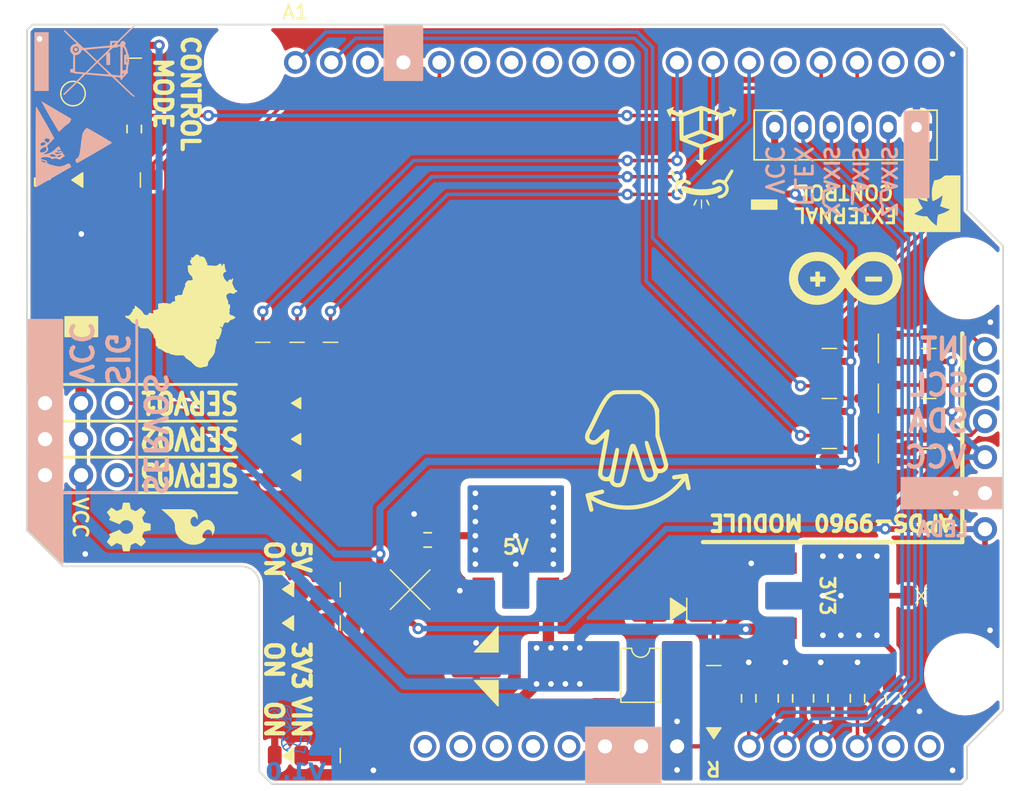
<source format=kicad_pcb>
(kicad_pcb (version 20221018) (generator pcbnew)
  (layers (0 "F.Cu" signal) (31 "B.Cu" signal) (34 "B.Paste" user) (35 "F.Paste" user) (36 "B.SilkS" user "B.Silkscreen") (37 "F.SilkS" user "F.Silkscreen") (38 "B.Mask" user) (39 "F.Mask" user) (44 "Edge.Cuts" user))
  (net 0 "")
  (net 6 "GND")
  (net 7 "VBUS")
  (net 8 "Flex")
  (net 9 "X_Axis")
  (net 10 "Y_Axis")
  (net 11 "Z_Axis")
  (net 16 "Mode_Sel")
  (net 17 "Interrupt")
  (net 19 "Servo_Base")
  (net 20 "Servo_Gyro")
  (net 21 "Servo_Claw")
  (net 27 "LED_L")
  (net 29 "SDA")
  (net 30 "SCL")
  (net 31 "VDD")
  (net 32 "+5V")
  (net 33 "Net-(IC1-OUT)")
  (net 34 "Net-(D1-A)")
  (net 35 "Net-(D2-K)")
  (net 36 "Net-(D3-A)")
  (net 37 "Net-(D4-A)")
  (net 38 "Net-(D5-K)")
  (net 39 "Net-(D6-K)")
  (net 40 "Net-(D7-K)")
  (net 41 "Net-(D8-A)")
  (net 42 "+3V3")
  (net 43 "SDA_A")
  (net 44 "SCL_A")
  (net 45 "Int_A")
  (net 46 "Net-(D9-A)")
  (net 47 "Net-(U1-VO)")
  (footprint "Logo_Icons:arduino" (layer "F.Cu") (at 172.1104 73.3552 180)
    (fp_text reference "G***")
    (fp_text value "LOGO" hide)
  )
  (footprint "Logo_Icons:brazil" (layer "F.Cu") (at 125.2728 75.6412 -90)
    (fp_text reference "G***")
    (fp_text value "LOGO" hide)
  )
  (footprint "Capacitor_Tantalum_SMD:CP_EIA-7343-31_Kemet-D" (layer "F.Cu") (at 118.2116 75.5396 90)
    (fp_text reference "C5")
    (fp_text value "22uF")
  )
  (footprint "Connector_PinHeader_2.54mm:PinHeader_1x03_P2.54mm_Vertical" (layer "F.Cu") (at 120.7366 82.1436 -90)
    (fp_text reference "J4")
    (fp_text value "Modu-3")
  )
  (footprint "Resistor_SMD:R_0805_2012Metric" (layer "F.Cu") (at 177.9778 81.8134 90)
    (fp_text reference "R10")
    (fp_text value "10k")
  )
  (footprint "Resistor_SMD:R_0805_2012Metric" (layer "F.Cu") (at 170.9674 81.8134 90)
    (fp_text reference "R11")
    (fp_text value "10k")
  )
  (footprint "Resistor_SMD:R_0805_2012Metric" (layer "F.Cu") (at 162.814 100.6602 90)
    (fp_text reference "R1")
    (fp_text value "10k")
  )
  (footprint "Package_TO_SOT_SMD:SOT-23" (layer "F.Cu") (at 174.4218 78.2828 180)
    (fp_text reference "Q4")
    (fp_text value "BSS138")
  )
  (footprint "LED_SMD:LED_0805_2012Metric" (layer "F.Cu") (at 132.7912 95.2754)
    (fp_text reference "D4")
    (fp_text value "GREEN")
  )
  (footprint "Fuse:Fuse_1812_4532Metric" (layer "F.Cu") (at 141.4018 95.3008 180)
    (fp_text reference "F1")
    (fp_text value "1.1A")
  )
  (footprint "Diode_SMD:D_MiniMELF" (layer "F.Cu") (at 133.4262 82.1436)
    (fp_text reference "D7")
    (fp_text value "5V1")
  )
  (footprint "Resistor_SMD:R_0805_2012Metric" (layer "F.Cu") (at 135.7884 77.851 90)
    (fp_text reference "R4")
    (fp_text value "1k")
  )
  (footprint "Package_TO_SOT_SMD:SOT-23" (layer "F.Cu") (at 174.4218 85.344 180)
    (fp_text reference "Q2")
    (fp_text value "BSS138")
  )
  (footprint "Logo_Icons:accelerometer" (layer "F.Cu") (at 161.9504 63.2714 180)
    (fp_text reference "G***")
    (fp_text value "LOGO" hide)
  )
  (footprint "Capacitor_SMD:C_0805_2012Metric" (layer "F.Cu") (at 142.6362 91.7956 180)
    (fp_text reference "C3")
    (fp_text value "1uF")
  )
  (footprint "Capacitor_SMD:CP_Elec_6.3x4.9" (layer "F.Cu") (at 148.8694 100.711 180)
    (fp_text reference "C1")
    (fp_text value "47uF")
  )
  (footprint "Resistor_SMD:R_0805_2012Metric" (layer "F.Cu") (at 136.4742 107.0102 180)
    (fp_text reference "R2")
    (fp_text value "10k")
  )
  (footprint "Logo_Icons:gesture" (layer "F.Cu") (at 156.6672 84.6582 180)
    (fp_text reference "G***")
    (fp_text value "LOGO" hide)
  )
  (footprint "Diode_SMD:D_MiniMELF" (layer "F.Cu") (at 133.4262 84.6836)
    (fp_text reference "D6")
    (fp_text value "5V1")
  )
  (footprint "Logo_Icons:sparkfun" (layer "F.Cu") (at 125.808741 90.8812 -90)
    (fp_text reference "G***")
    (fp_text value "LOGO" hide)
  )
  (footprint "Diode_SMD:D_MiniMELF" (layer "F.Cu") (at 133.4262 87.2236)
    (fp_text reference "D5")
    (fp_text value "5V1")
  )
  (footprint "Resistor_SMD:R_0805_2012Metric" (layer "F.Cu") (at 177.9778 78.2828 90)
    (fp_text reference "R12")
    (fp_text value "10k")
  )
  (footprint "Connector_JST:JST_PH_B6B-PH-K_1x06_P2.00mm_Vertical" (layer "F.Cu") (at 167.1104 62.6706)
    (fp_text reference "J1")
    (fp_text value "JST-6")
  )
  (footprint "Logo_Icons:flex" (layer "F.Cu") (at 161.9504 67.056 180)
    (fp_text reference "G***")
    (fp_text value "LOGO" hide)
  )
  (footprint "Resistor_SMD:R_0805_2012Metric" (layer "F.Cu") (at 121.9454 57.7996 -90)
    (fp_text reference "R14")
    (fp_text value "10k")
  )
  (footprint "Resistor_SMD:R_0805_2012Metric" (layer "F.Cu") (at 136.4742 97.663 180)
    (fp_text reference "R15")
    (fp_text value "1k")
  )
  (footprint "Capacitor_SMD:C_0805_2012Metric" (layer "F.Cu") (at 167.8686 102.9716 90)
    (fp_text reference "C7")
    (fp_text value "100nF")
  )
  (footprint "Package_TO_SOT_SMD:SOT-23" (layer "F.Cu") (at 174.4218 81.8134 180)
    (fp_text reference "Q3")
    (fp_text value "BSS138")
  )
  (footprint "Logo_Icons:OSHW" (layer "F.Cu") (at 121.5644 90.8812 -90)
    (fp_text reference "G***")
    (fp_text value "LOGO" hide)
  )
  (footprint "Connector_PinHeader_2.54mm:PinHeader_1x03_P2.54mm_Vertical" (layer "F.Cu") (at 120.7366 87.2236 -90)
    (fp_text reference "J2")
    (fp_text value "Modu-3")
  )
  (footprint "Resistor_SMD:R_0805_2012Metric" (layer "F.Cu") (at 177.9524 85.3186 90)
    (fp_text reference "R8")
    (fp_text value "10k")
  )
  (footprint "Resistor_SMD:R_0805_2012Metric" (layer "F.Cu") (at 170.9674 78.2828 90)
    (fp_text reference "R13")
    (fp_text value "10k")
  )
  (footprint "Package_TO_SOT_SMD:SOT-223-3_TabPin2" (layer "F.Cu") (at 148.85 92.3 90)
    (fp_text reference "U1")
    (fp_text value "AMS1117-5.0")
  )
  (footprint "Resistor_SMD:R_0805_2012Metric" (layer "F.Cu") (at 136.4742 95.3008 180)
    (fp_text reference "R3")
    (fp_text value "1k")
  )
  (footprint "Module:Arduino_UNO_R3_WithMountingHoles" (layer "F.Cu") (at 133.3062 58.0996)
    (fp_text reference "A1")
    (fp_text value "Arduino_UNO_R3")
    (fp_line (start -18.93 33.02) (end -18.923 -2.286) (stroke (width 0.12)) (layer "Edge.Cuts"))
    (fp_line (start -18.93 33.02) (end -16.383 35.56) (stroke (width 0.12)) (layer "Edge.Cuts"))
    (fp_line (start -18.923 -2.286) (end -18.542 -2.667) (stroke (width 0.12)) (layer "Edge.Cuts"))
    (fp_line (start -18.542 -2.667) (end 45.72 -2.67) (stroke (width 0.12)) (layer "Edge.Cuts"))
    (fp_line (start -16.383 35.56) (end -3.81 35.56) (stroke (width 0.12)) (layer "Edge.Cuts"))
    (fp_line (start -2.54 36.83) (end -2.54 50.038) (stroke (width 0.12)) (layer "Edge.Cuts"))
    (fp_line (start -2.54 50.038) (end -1.651 50.927) (stroke (width 0.12)) (layer "Edge.Cuts"))
    (fp_line (start 45.72 -2.67) (end 47.37 -1.02) (stroke (width 0.12)) (layer "Edge.Cuts"))
    (fp_line (start 46.99 50.927) (end -1.651 50.927) (stroke (width 0.12)) (layer "Edge.Cuts"))
    (fp_line (start 46.99 50.927) (end 47.371 50.546) (stroke (width 0.12)) (layer "Edge.Cuts"))
    (fp_line (start 47.37 -1.02) (end 47.37 10.41) (stroke (width 0.12)) (layer "Edge.Cuts"))
    (fp_line (start 47.37 10.41) (end 49.91 12.95) (stroke (width 0.12)) (layer "Edge.Cuts"))
    (fp_line (start 47.37 48.26) (end 47.371 50.546) (stroke (width 0.12)) (layer "Edge.Cuts"))
    (fp_line (start 49.91 12.95) (end 49.91 45.72) (stroke (width 0.12)) (layer "Edge.Cuts"))
    (fp_line (start 49.91 45.72) (end 47.37 48.26) (stroke (width 0.12)) (layer "Edge.Cuts"))
    (fp_arc (start -3.81 35.56) (mid -2.911974 35.931974) (end -2.54 36.83) (stroke (width 0.12)) (layer "Edge.Cuts"))
  )
  (footprint "Package_TO_SOT_SMD:SOT-223-3_TabPin2" (layer "F.Cu") (at 170.815 95.7326)
    (fp_text reference "IC1")
    (fp_text value "LD1117-3.3V-SOT223")
  )
  (footprint "Button_Switch_SMD:SW_SPST_SKQG_WithStem" (layer "F.Cu") (at 117.6274 60.2996 -90)
    (fp_text reference "SW1")
    (fp_text value "Push")
  )
  (footprint "Connector_PinSocket_2.54mm:PinSocket_1x06_P2.54mm_Vertical" (layer "F.Cu") (at 161.6202 84.6836 90)
    (fp_text reference "J5")
    (fp_text value "Modu")
  )
  (footprint "LED_SMD:LED_0805_2012Metric" (layer "F.Cu") (at 162.814 105.4354 90)
    (fp_text reference "D1")
    (fp_text value "RED")
  )
  (footprint "Resistor_SMD:R_0805_2012Metric" (layer "F.Cu") (at 131.0132 77.851 90)
    (fp_text reference "R6")
    (fp_text value "1k")
  )
  (footprint "Fuse:Fuse_0805_2012Metric" (layer "F.Cu") (at 177.4467 95.7326)
    (fp_text reference "F2")
    (fp_text value "0.6A")
  )
  (footprint "LED_SMD:LED_0805_2012Metric" (layer "F.Cu") (at 132.7912 97.663)
    (fp_text reference "D9")
    (fp_text value "GREEN")
  )
  (footprint "Capacitor_SMD:C_0805_2012Metric" (layer "F.Cu") (at 170.3578 102.9716 90)
    (fp_text reference "C8")
    (fp_text value "100nF")
  )
  (footprint "LED_SMD:LED_0805_2012Metric" (layer "F.Cu") (at 117.9322 66.3956)
    (fp_text reference "D8")
    (fp_text value "BLUE")
  )
  (footprint "Capacitor_Tantalum_SMD:CP_EIA-3528-21_Kemet-B" (layer "F.Cu") (at 166.37 68.58 -90)
    (fp_text reference "C4")
    (fp_text value "1uF")
  )
  (footprint "Capacitor_SMD:C_0805_2012Metric" (layer "F.Cu") (at 165.2778 102.9716 90)
    (fp_text reference "C6")
    (fp_text value "100nF")
  )
  (footprint "Resistor_SMD:R_0805_2012Metric" (layer "F.Cu") (at 133.4262 77.851 90)
    (fp_text reference "R5")
    (fp_text value "1k")
  )
  (footprint "Capacitor_SMD:C_0805_2012Metric" (layer "F.Cu") (at 172.9486 102.9716 90)
    (fp_text reference "C9")
    (fp_text value "100nF")
  )
  (footprint "Logo_Icons:pololu" (layer "F.Cu") (at 178.2064 68.072 180)
    (fp_text reference "G***")
    (fp_text value "LOGO" hide)
  )
  (footprint "Capacitor_SMD:C_0805_2012Metric" (layer "F.Cu") (at 175.4632 102.9716 -90)
    (fp_text reference "C11")
    (fp_text value "1uF")
  )
  (footprint "LED_SMD:LED_0805_2012Metric" (layer "F.Cu") (at 132.7912 107.0102)
    (fp_text reference "D3")
    (fp_text value "GREEN")
  )
  (footprint "Diode_SMD:D_SMA" (layer "F.Cu") (at 160.274 96.6724 180)
    (fp_text reference "D2")
    (fp_text value "M7")
  )
  (footprint "Package_SO:SO-8_3.9x4.9mm_P1.27mm" (layer "F.Cu") (at 157.6578 101.346)
    (fp_text reference "Q1")
    (fp_text value "IRF7424")
  )
  (footprint "Connector_PinHeader_2.54mm:PinHeader_1x03_P2.54mm_Vertical" (layer "F.Cu") (at 120.7366 84.6836 -90)
    (fp_text reference "J3")
    (fp_text value "Modu-3")
  )
  (footprint "Capacitor_SMD:C_0805_2012Metric" (layer "F.Cu") (at 121.9454 62.7996 -90)
    (fp_text reference "C12")
    (fp_text value "100nF")
  )
  (footprint "Resistor_SMD:R_0805_2012Metric" (layer "F.Cu") (at 122.3772 66.3956 180)
    (fp_text reference "R7")
    (fp_text value "1k")
  )
  (footprint "Resistor_SMD:R_0805_2012Metric" (layer "F.Cu") (at 170.9674 85.344 90)
    (fp_text reference "R9")
    (fp_text value "10k")
  )
  (footprint "Logo_Icons:EG" (layer "B.Cu") (at 118.4656 58.0136 90)
    (fp_text reference "G***")
    (fp_text value "LOGO" hide)
  )
  (footprint "Logo_Icons:ESD" (layer "B.Cu") (at 117.5512 63.6524 90)
    (fp_text reference "G***")
    (fp_text value "LOGO" hide)
  )
  (footprint "Logo_Icons:nabo" (layer "B.Cu") (at 132.842 105.1052 180)
    (fp_text reference "G***")
    (fp_text value "LOGO" hide)
  )
  (gr_line (start 122.1232 88.4428) (end 116.84 88.4428) (stroke (width 0.2)) (layer "B.SilkS"))
  (gr_rect (start 176.0728 87.4268) (end 183.134 89.5604) (stroke (width 0.15)) (fill solid) (layer "B.SilkS"))
  (gr_rect (start 153.8224 105.0544) (end 159.0548 108.8898) (stroke (width 0.15)) (fill solid) (layer "B.SilkS"))
  (gr_line (start 122.1232 88.4428) (end 122.1232 76.3016) (stroke (width 0.2)) (layer "B.SilkS"))
  (gr_rect (start 139.5984 55.5752) (end 142.24 59.3344) (stroke (width 0.15)) (fill solid) (layer "B.SilkS"))
  (gr_rect (start 114.5032 76.2762) (end 116.8654 91.059) (stroke (width 0.15)) (fill solid) (layer "B.SilkS"))
  (gr_rect (start 176.276 61.5696) (end 177.9524 67.6148) (stroke (width 0.15)) (fill solid) (layer "B.SilkS"))
  (gr_poly (pts (xy 116.8654 91.059) (xy 116.8908 93.4212) (xy 114.5032 91.059)) (stroke (width 0.15)) (fill solid) (layer "B.SilkS"))
  (gr_line (start 116.8654 83.4136) (end 129.159 83.4136) (stroke (width 0.2)) (layer "F.SilkS"))
  (gr_line (start 160.858581 87.2612) (end 161.036 88.138) (stroke (width 0.3)) (layer "F.SilkS"))
  (gr_rect (start 114.5032 80.8228) (end 116.84 91.0336) (stroke (width 0.2)) (fill solid) (layer "F.SilkS"))
  (gr_line (start 116.84 80.8228) (end 129.159 80.8228) (stroke (width 0.2)) (layer "F.SilkS"))
  (gr_line (start 153.924001 88.645999) (end 154.178 89.662) (stroke (width 0.3)) (layer "F.SilkS"))
  (gr_line (start 116.8654 85.9536) (end 129.1844 85.9536) (stroke (width 0.2)) (layer "F.SilkS"))
  (gr_line (start 180.34 77.216) (end 180.34 91.948) (stroke (width 0.3)) (layer "F.SilkS"))
  (gr_poly (pts (xy 114.4778 91.059) (xy 116.586 93.1418) (xy 116.8654 93.4212) (xy 116.8654 91.059)) (stroke (width 0.15)) (fill solid) (layer "F.SilkS"))
  (gr_rect (start 139.5984 55.5752) (end 142.24 59.3344) (stroke (width 0.15)) (fill solid) (layer "F.SilkS"))
  (gr_line (start 180.34 91.948) (end 162.052 91.948) (stroke (width 0.3)) (layer "F.SilkS"))
  (gr_line (start 160.858581 87.2612) (end 160.02 87.376) (stroke (width 0.3)) (layer "F.SilkS"))
  (gr_line (start 116.8654 88.4682) (end 129.1844 88.4682) (stroke (width 0.2)) (layer "F.SilkS"))
  (gr_arc (start 160.858581 87.2612) (mid 157.683784 89.418299) (end 153.924001 88.645999) (stroke (width 0.3)) (layer "F.SilkS"))
  (gr_rect (start 153.8224 105.0544) (end 159.0548 108.8898) (stroke (width 0.15)) (fill solid) (layer "F.SilkS"))
  (gr_rect (start 180.7464 87.4268) (end 183.134 89.5604) (stroke (width 0.15)) (fill solid) (layer "F.SilkS"))
  (gr_line (start 153.924001 88.645999) (end 154.94 88.392) (stroke (width 0.3)) (layer "F.SilkS"))
  (gr_text "V1.0" (at 135.4836 108.9152) (layer "B.Cu") (effects (font (size 1.2 1.2) (thickness 0.3) bold) (justify left bottom mirror)))
  (gr_text "Z_AXIS" (at 175.1584 66.4972 -90) (layer "B.SilkS") (effects (font (size 1 1) (thickness 0.2) bold) (justify mirror)))
  (gr_text "FLEX" (at 169.1132 66.1416 -90) (layer "B.SilkS") (effects (font (size 1.2 1.2) (thickness 0.2) bold) (justify mirror)))
  (gr_text "VCC" (at 167.0812 65.6844 -90) (layer "B.SilkS") (effects (font (size 1.2 1.2) (thickness 0.2) bold) (justify mirror)))
  (gr_text "Y_AXIS" (at 173.1264 66.4972 -90) (layer "B.SilkS") (effects (font (size 1 1) (thickness 0.2) bold) (justify mirror)))
  (gr_text "SCL" (at 178.7144 80.8736) (layer "B.SilkS") (effects (font (size 1.5 1.5) (thickness 0.3) bold) (justify mirror)))
  (gr_text "INT" (at 179.1208 78.3336) (layer "B.SilkS") (effects (font (size 1.5 1.5) (thickness 0.3) bold) (justify mirror)))
  (gr_text "SIG" (at 120.7262 79.0448 -90) (layer "B.SilkS") (effects (font (size 1.5 1.5) (thickness 0.3) bold) (justify mirror)))
  (gr_text "VCC" (at 178.4604 85.9536) (layer "B.SilkS") (effects (font (size 1.5 1.5) (thickness 0.3) bold) (justify mirror)))
  (gr_text "SDA" (at 178.6636 83.4136) (layer "B.SilkS") (effects (font (size 1.5 1.5) (thickness 0.3) bold) (justify mirror)))
  (gr_text "SERVOS" (at 123.4186 84.328 -90) (layer "B.SilkS") (effects (font (size 1.5 1.5) (thickness 0.3) bold) (justify mirror)))
  (gr_text "VCC" (at 118.1862 78.5622 -90) (layer "B.SilkS") (effects (font (size 1.5 1.5) (thickness 0.3) bold) (justify mirror)))
  (gr_text "LEDA" (at 178.9684 91.0336) (layer "B.SilkS") (effects (font (size 1 1) (thickness 0.25) bold) (justify mirror)))
  (gr_text "X_AXIS" (at 171.0944 66.4972 -90) (layer "B.SilkS") (effects (font (size 1 1) (thickness 0.2) bold) (justify mirror)))
  (gr_text "EXTERNAL\nCONTROL" (at 172.1104 66.675 180) (layer "F.SilkS") (effects (font (size 1 1) (thickness 0.2) bold) (justify bottom)))
  (gr_text "L" (at 114.8334 65.9384 270) (layer "F.SilkS") (effects (font (size 1 1) (thickness 0.2) bold) (justify left bottom)))
  (gr_text "3V3\nON" (at 131.0894 98.806 -90) (layer "F.SilkS") (effects (font (size 1.2 1.2) (thickness 0.3) bold) (justify left bottom)))
  (gr_text "R" (at 163.4236 107.3404 180) (layer "F.SilkS") (effects (font (size 1 1) (thickness 0.2) bold) (justify left bottom)))
  (gr_text "VCC" (at 117.5512 88.6714 270) (layer "F.SilkS") (effects (font (size 1 1) (thickness 0.2) bold) (justify left bottom)))
  (gr_text "VIN\nON" (at 131.0894 105.918 -90) (layer "F.SilkS") (effects (font (size 1.2 1.2) (thickness 0.3) bold) (justify right bottom)))
  (gr_text "APDS-9960 MODULE" (at 179.832 89.916 180) (layer "F.SilkS") (effects (font (size 1.1 1.1) (thickness 0.275) bold) (justify left bottom)))
  (gr_text "5V\nON" (at 131.0894 91.694 -90) (layer "F.SilkS") (effects (font (size 1.2 1.2) (thickness 0.3) bold) (justify left bottom)))
  (gr_text "SERVO1" (at 125.8062 81.2038 180) (layer "F.SilkS") (effects (font (size 1.5 1.2) (thickness 0.3) bold) (justify bottom)))
  (gr_text "SERVO3" (at 125.8316 86.2838 180) (layer "F.SilkS") (effects (font (size 1.5 1.2) (thickness 0.3) bold) (justify bottom)))
  (gr_text "SERVO2" (at 125.8316 83.7438 180) (layer "F.SilkS") (effects (font (size 1.5 1.2) (thickness 0.3) bold) (justify bottom)))
  (gr_text "CONTROL\nMODE" (at 123.2662 60.2996 270) (layer "F.SilkS") (effects (font (size 1.2 1.2) (thickness 0.3) bold) (justify bottom)))
  (via (at 165.4556 93.4466) (size 0.8) (drill 0.4) (layers "F.Cu" "B.Cu") (net 6))
  (via (at 138.811 108.0516) (size 0.8) (drill 0.4) (layers "F.Cu" "B.Cu") (net 6))
  (via (at 179.8828 88.4936) (size 0.8) (drill 0.4) (layers "F.Cu" "B.Cu") (net 6))
  (via (at 141.6812 89.9668) (size 0.8) (drill 0.4) (layers "F.Cu" "B.Cu") (net 6))
  (via (at 179.6542 57.5056) (size 0.8) (drill 0.4) (layers "F.Cu" "B.Cu") (net 6))
  (via (at 182.3212 76.4286) (size 0.8) (drill 0.4) (layers "F.Cu" "B.Cu") (net 6))
  (via (at 170.3578 100.4316) (size 0.8) (drill 0.4) (layers "F.Cu" "B.Cu") (net 6))
  (via (at 177.3174 103.886) (size 0.8) (drill 0.4) (layers "F.Cu" "B.Cu") (net 6))
  (via (at 115.2652 56.4388) (size 0.8) (drill 0.4) (layers "F.Cu" "B.Cu") (net 6))
  (via (at 179.5018 85.3186) (size 0.8) (drill 0.4) (layers "F.Cu" "B.Cu") (net 6))
  (via (at 146.05 99.06) (size 0.8) (drill 0.4) (layers "F.Cu" "B.Cu") (net 6))
  (via (at 172.9486 100.4316) (size 0.8) (drill 0.4) (layers "F.Cu" "B.Cu") (net 6))
  (via (at 144.907 95.377) (size 0.8) (drill 0.4) (layers "F.Cu" "B.Cu") (net 6))
  (via (at 182.2958 98.171) (size 0.8) (drill 0.4) (layers "F.Cu" "B.Cu") (net 6))
  (via (at 118.491 92.7862) (size 0.8) (drill 0.4) (layers "F.Cu" "B.Cu") (net 6))
  (via (at 165.2778 100.4316) (size 0.8) (drill 0.4) (layers "F.Cu" "B.Cu") (net 6))
  (via (at 118.2116 70.2056) (size 0.8) (drill 0.4) (layers "F.Cu" "B.Cu") (net 6))
  (via (at 167.8686 100.4316) (size 0.8) (drill 0.4) (layers "F.Cu" "B.Cu") (net 6))
  (via (at 179.6542 108.0516) (size 0.8) (drill 0.4) (layers "F.Cu" "B.Cu") (net 6))
  (segment (start 160.2262 106.3596) (end 162.8007 106.3596) (width 0.3) (layer "F.Cu") (net 7))
  (segment (start 160.2328 99.441) (end 160.2262 99.4476) (width 0.25) (layer "F.Cu") (net 7))
  (segment (start 162.8007 106.3596) (end 162.814 106.3729) (width 0.25) (layer "F.Cu") (net 7))
  (segment (start 160.2209 99.4291) (end 160.2328 99.441) (width 0.25) (layer "F.Cu") (net 7))
  (via (at 160.2232 104.5972) (size 0.8) (drill 0.4) (layers "F.Cu" "B.Cu") (net 7))
  (via (at 160.2232 108.0262) (size 0.8) (drill 0.4) (layers "F.Cu" "B.Cu") (net 7))
  (segment (start 165.2778 103.9216) (end 165.2778 106.3312) (width 0.25) (layer "F.Cu") (net 8))
  (segment (start 165.2778 106.3312) (end 165.3062 106.3596) (width 0.25) (layer "F.Cu") (net 8))
  (segment (start 169.1104 63.7004) (end 176.0944 70.6844) (width 0.25) (layer "B.Cu") (net 8))
  (segment (start 176.0944 101.282212) (end 173.425412 103.9512) (width 0.25) (layer "B.Cu") (net 8))
  (segment (start 176.0944 70.6844) (end 176.0944 101.282212) (width 0.25) (layer "B.Cu") (net 8))
  (segment (start 169.1104 62.6706) (end 169.1104 63.7004) (width 0.25) (layer "B.Cu") (net 8))
  (segment (start 167.7146 103.9512) (end 165.3062 106.3596) (width 0.25) (layer "B.Cu") (net 8))
  (segment (start 173.425412 103.9512) (end 167.7146 103.9512) (width 0.25) (layer "B.Cu") (net 8))
  (segment (start 167.8686 103.9216) (end 167.8686 106.3372) (width 0.25) (layer "F.Cu") (net 9))
  (segment (start 167.8686 106.3372) (end 167.8462 106.3596) (width 0.25) (layer "F.Cu") (net 9))
  (segment (start 173.611808 104.4012) (end 169.8046 104.4012) (width 0.25) (layer "B.Cu") (net 9))
  (segment (start 176.5444 70.498004) (end 176.5444 101.468608) (width 0.25) (layer "B.Cu") (net 9))
  (segment (start 171.1104 65.064004) (end 176.5444 70.498004) (width 0.25) (layer "B.Cu") (net 9))
  (segment (start 169.8046 104.4012) (end 167.8462 106.3596) (width 0.25) (layer "B.Cu") (net 9))
  (segment (start 176.5444 101.468608) (end 173.611808 104.4012) (width 0.25) (layer "B.Cu") (net 9))
  (segment (start 171.1104 62.6706) (end 171.1104 65.064004) (width 0.25) (layer "B.Cu") (net 9))
  (segment (start 170.3578 106.3312) (end 170.3862 106.3596) (width 0.25) (layer "F.Cu") (net 10))
  (segment (start 170.3578 103.9216) (end 170.3578 106.3312) (width 0.25) (layer "F.Cu") (net 10))
  (segment (start 171.8946 104.8512) (end 170.3862 106.3596) (width 0.25) (layer "B.Cu") (net 10))
  (segment (start 173.798204 104.8512) (end 171.8946 104.8512) (width 0.25) (layer "B.Cu") (net 10))
  (segment (start 176.9944 101.655004) (end 173.798204 104.8512) (width 0.25) (layer "B.Cu") (net 10))
  (segment (start 173.1104 62.6706) (end 173.1104 66.427608) (width 0.25) (layer "B.Cu") (net 10))
  (segment (start 173.1104 66.427608) (end 176.9944 70.311608) (width 0.25) (layer "B.Cu") (net 10))
  (segment (start 176.9944 70.311608) (end 176.9944 101.655004) (width 0.25) (layer "B.Cu") (net 10))
  (segment (start 172.9486 103.9216) (end 172.9486 106.3372) (width 0.25) (layer "F.Cu") (net 11))
  (segment (start 172.9486 106.3372) (end 172.9262 106.3596) (width 0.25) (layer "F.Cu") (net 11))
  (segment (start 175.1104 62.6706) (end 175.1104 67.791212) (width 0.25) (layer "B.Cu") (net 11))
  (segment (start 175.1104 67.791212) (end 177.4444 70.125212) (width 0.25) (layer "B.Cu") (net 11))
  (segment (start 177.4444 70.125212) (end 177.4444 101.8414) (width 0.25) (layer "B.Cu") (net 11))
  (segment (start 177.4444 101.8414) (end 172.9262 106.3596) (width 0.25) (layer "B.Cu") (net 11))
  (segment (start 121.946 61.849) (end 121.9454 61.8496) (width 0.25) (layer "F.Cu") (net 16))
  (segment (start 164.7444 59.9186) (end 169.6212 59.9186) (width 0.25) (layer "F.Cu") (net 16))
  (segment (start 121.7803 58.7121) (end 121.9454 58.7121) (width 0.25) (layer "F.Cu") (net 16))
  (segment (start 156.6926 61.849) (end 162.814 61.849) (width 0.25) (layer "F.Cu") (net 16))
  (segment (start 170.3862 59.1536) (end 170.3862 58.0996) (width 0.25) (layer "F.Cu") (net 16))
  (segment (start 117.6274 57.8104) (end 120.8786 57.8104) (width 0.25) (layer "F.Cu") (net 16))
  (segment (start 169.6212 59.9186) (end 170.3862 59.1536) (width 0.25) (layer "F.Cu") (net 16))
  (segment (start 127.1778 61.849) (end 121.946 61.849) (width 0.25) (layer "F.Cu") (net 16))
  (segment (start 121.9454 58.7121) (end 121.9454 61.8496) (width 0.25) (layer "F.Cu") (net 16))
  (segment (start 162.814 61.849) (end 164.7444 59.9186) (width 0.25) (layer "F.Cu") (net 16))
  (segment (start 120.8786 57.8104) (end 121.7803 58.7121) (width 0.25) (layer "F.Cu") (net 16))
  (via (at 156.6926 61.849) (size 0.8) (drill 0.4) (layers "F.Cu" "B.Cu") (net 16))
  (via (at 127.1778 61.849) (size 0.8) (drill 0.4) (layers "F.Cu" "B.Cu") (net 16))
  (segment (start 156.6926 61.849) (end 127.1778 61.849) (width 0.25) (layer "B.Cu") (net 16))
  (segment (start 179.5018 60.6806) (end 178.7652 59.944) (width 0.25) (layer "F.Cu") (net 17))
  (segment (start 178.7652 59.944) (end 173.7106 59.944) (width 0.25) (layer "F.Cu") (net 17))
  (segment (start 170.9674 76.6572) (end 179.5018 68.1228) (width 0.25) (layer "F.Cu") (net 17))
  (segment (start 172.9262 59.1596) (end 172.9262 58.0996) (width 0.25) (layer "F.Cu") (net 17))
  (segment (start 172.085 78.2828) (end 171.1725 77.3703) (width 0.25) (layer "F.Cu") (net 17))
  (segment (start 171.1725 77.3703) (end 170.9674 77.3703) (width 0.25) (layer "F.Cu") (net 17))
  (segment (start 170.9674 77.3703) (end 170.9674 76.6572) (width 0.25) (layer "F.Cu") (net 17))
  (segment (start 179.5018 68.1228) (end 179.5018 60.6806) (width 0.25) (layer "F.Cu") (net 17))
  (segment (start 173.7106 59.944) (end 172.9262 59.1596) (width 0.25) (layer "F.Cu") (net 17))
  (segment (start 173.4843 78.2828) (end 172.085 78.2828) (width 0.25) (layer "F.Cu") (net 17))
  (segment (start 160.2232 67.4116) (end 156.718 67.4116) (width 0.25) (layer "F.Cu") (net 19))
  (segment (start 135.7884 75.6666) (end 135.7884 76.9385) (width 0.25) (layer "F.Cu") (net 19))
  (via (at 160.2232 67.4116) (size 0.8) (drill 0.4) (layers "F.Cu" "B.Cu") (net 19))
  (via (at 156.718 67.4116) (size 0.8) (drill 0.4) (layers "F.Cu" "B.Cu") (net 19))
  (via (at 135.7884 75.6666) (size 0.8) (drill 0.4) (layers "F.Cu" "B.Cu") (net 19))
  (segment (start 165.3062 62.3286) (end 160.2232 67.4116) (width 0.25) (layer "B.Cu") (net 19))
  (segment (start 144.0434 67.4116) (end 135.7884 75.6666) (width 0.25) (layer "B.Cu") (net 19))
  (segment (start 165.3062 58.0996) (end 165.3062 62.3286) (width 0.25) (layer "B.Cu") (net 19))
  (segment (start 156.718 67.4116) (end 144.0434 67.4116) (width 0.25) (layer "B.Cu") (net 19))
  (segment (start 133.4262 75.6666) (end 133.4262 76.9385) (width 0.25) (layer "F.Cu") (net 20))
  (segment (start 160.2232 66.167) (end 156.718 66.167) (width 0.25) (layer "F.Cu") (net 20))
  (via (at 160.2232 66.167) (size 0.8) (drill 0.4) (layers "F.Cu" "B.Cu") (net 20))
  (via (at 133.4262 75.6666) (size 0.8) (drill 0.4) (layers "F.Cu" "B.Cu") (net 20))
  (via (at 156.718 66.167) (size 0.8) (drill 0.4) (layers "F.Cu" "B.Cu") (net 20))
  (segment (start 156.718 66.167) (end 142.9258 66.167) (width 0.25) (layer "B.Cu") (net 20))
  (segment (start 142.9258 66.167) (end 133.4262 75.6666) (width 0.25) (layer "B.Cu") (net 20))
  (segment (start 162.7662 63.624) (end 160.2232 66.167) (width 0.25) (layer "B.Cu") (net 20))
  (segment (start 162.7662 58.0996) (end 162.7662 63.624) (width 0.25) (layer "B.Cu") (net 20))
  (segment (start 131.0132 75.6666) (end 131.0132 76.9385) (width 0.25) (layer "F.Cu") (net 21))
  (segment (start 160.2232 65.024) (end 156.718 65.024) (width 0.25) (layer "F.Cu") (net 21))
  (via (at 156.718 65.024) (size 0.8) (drill 0.4) (layers "F.Cu" "B.Cu") (net 21))
  (via (at 131.0132 75.6666) (size 0.8) (drill 0.4) (layers "F.Cu" "B.Cu") (net 21))
  (via (at 160.2232 65.024) (size 0.8) (drill 0.4) (layers "F.Cu" "B.Cu") (net 21))
  (segment (start 156.718 65.024) (end 141.6558 65.024) (width 0.25) (layer "B.Cu") (net 21))
  (segment (start 160.2262 58.0996) (end 160.2262 65.021) (width 0.25) (layer "B.Cu") (net 21))
  (segment (start 160.2262 65.021) (end 160.2232 65.024) (width 0.25) (layer "B.Cu") (net 21))
  (segment (start 141.6558 65.024) (end 131.0132 75.6666) (width 0.25) (layer "B.Cu") (net 21))
  (segment (start 142.2908 60.2996) (end 143.4662 59.1242) (width 0.25) (layer "F.Cu") (net 27))
  (segment (start 130.1496 63.3476) (end 133.1976 60.2996) (width 0.25) (layer "F.Cu") (net 27))
  (segment (start 133.1976 60.2996) (end 142.2908 60.2996) (width 0.25) (layer "F.Cu") (net 27))
  (segment (start 143.4662 59.1242) (end 143.4662 58.0996) (width 0.25) (layer "F.Cu") (net 27))
  (segment (start 123.2897 65.2291) (end 125.1712 63.3476) (width 0.25) (layer "F.Cu") (net 27))
  (segment (start 125.1712 63.3476) (end 130.1496 63.3476) (width 0.25) (layer "F.Cu") (net 27))
  (segment (start 123.2897 66.3956) (end 123.2897 65.2291) (width 0.25) (layer "F.Cu") (net 27))
  (segment (start 173.4843 85.344) (end 172.05865 85.344) (width 0.25) (layer "F.Cu") (net 29))
  (segment (start 171.14615 84.4315) (end 170.9674 84.4315) (width 0.25) (layer "F.Cu") (net 29))
  (segment (start 172.05865 85.344) (end 171.14615 84.4315) (width 0.25) (layer "F.Cu") (net 29))
  (segment (start 168.9354 84.4296) (end 170.9655 84.4296) (width 0.25) (layer "F.Cu") (net 29))
  (segment (start 170.9655 84.4296) (end 170.9674 84.4315) (width 0.25) (layer "F.Cu") (net 29))
  (via (at 168.9354 84.4296) (size 0.8) (drill 0.4) (layers "F.Cu" "B.Cu") (net 29))
  (segment (start 137.5396 56.4062) (end 157.237395 56.4062) (width 0.25) (layer "B.Cu") (net 29))
  (segment (start 158.046 57.214805) (end 158.046 73.5402) (width 0.25) (layer "B.Cu") (net 29))
  (segment (start 158.046 73.5402) (end 168.9354 84.4296) (width 0.25) (layer "B.Cu") (net 29))
  (segment (start 157.237395 56.4062) (end 158.046 57.214805) (width 0.25) (layer "B.Cu") (net 29))
  (segment (start 135.8462 58.0996) (end 137.5396 56.4062) (width 0.25) (layer "B.Cu") (net 29))
  (segment (start 173.4843 81.8134) (end 172.0342 81.8134) (width 0.25) (layer "F.Cu") (net 30))
  (segment (start 172.0342 81.8134) (end 171.1471 80.9263) (width 0.25) (layer "F.Cu") (net 30))
  (segment (start 170.9439 80.9244) (end 170.9674 80.9009) (width 0.25) (layer "F.Cu") (net 30))
  (segment (start 171.1471 80.9263) (end 170.942 80.9263) (width 0.25) (layer "F.Cu") (net 30))
  (segment (start 168.9354 80.9244) (end 170.9439 80.9244) (width 0.25) (layer "F.Cu") (net 30))
  (via (at 168.9354 80.9244) (size 0.8) (drill 0.4) (layers "F.Cu" "B.Cu") (net 30))
  (segment (start 133.3062 58.0996) (end 135.4496 55.9562) (width 0.25) (layer "B.Cu") (net 30))
  (segment (start 158.496 70.485) (end 168.9354 80.9244) (width 0.25) (layer "B.Cu") (net 30))
  (segment (start 135.4496 55.9562) (end 157.423791 55.9562) (width 0.25) (layer "B.Cu") (net 30))
  (segment (start 158.496 57.028409) (end 158.496 70.485) (width 0.25) (layer "B.Cu") (net 30))
  (segment (start 157.423791 55.9562) (end 158.496 57.028409) (width 0.25) (layer "B.Cu") (net 30))
  (segment (start 151.15 95.45) (end 151.15 99.2324) (width 0.8) (layer "F.Cu") (net 31))
  (segment (start 151.15 99.2324) (end 151.3332 99.4156) (width 0.25) (layer "F.Cu") (net 31))
  (segment (start 148.1582 104.1146) (end 150.3172 101.9556) (width 0.8) (layer "F.Cu") (net 31))
  (segment (start 137.3867 107.0102) (end 138.4046 107.0102) (width 0.8) (layer "F.Cu") (net 31))
  (segment (start 118.1966 79.1705) (end 118.1966 87.2236) (width 0.8) (layer "F.Cu") (net 31))
  (segment (start 141.3002 104.1146) (end 148.1582 104.1146) (width 0.8) (layer "F.Cu") (net 31))
  (segment (start 138.4046 107.0102) (end 141.3002 104.1146) (width 0.8) (layer "F.Cu") (net 31))
  (segment (start 165.0746 98.0948) (end 167.6028 98.0948) (width 0.8) (layer "F.Cu") (net 31))
  (via (at 152.3492 99.4156) (size 0.8) (drill 0.4) (layers "F.Cu" "B.Cu") (net 31))
  (via (at 165.0746 98.0948) (size 0.8) (drill 0.4) (layers "F.Cu" "B.Cu") (net 31))
  (via (at 150.3172 99.4156) (size 0.8) (drill 0.4) (layers "F.Cu" "B.Cu") (net 31))
  (via (at 153.3652 101.9556) (size 0.8) (drill 0.4) (layers "F.Cu" "B.Cu") (net 31))
  (via (at 150.3172 101.9556) (size 0.8) (drill 0.4) (layers "F.Cu" "B.Cu") (net 31))
  (via (at 152.3492 101.9556) (size 0.8) (drill 0.4) (layers "F.Cu" "B.Cu") (net 31))
  (via (at 151.3332 101.9556) (size 0.8) (drill 0.4) (layers "F.Cu" "B.Cu") (net 31))
  (via (at 151.3332 99.4156) (size 0.8) (drill 0.4) (layers "F.Cu" "B.Cu") (net 31))
  (via (at 153.3652 99.4156) (size 0.8) (drill 0.4) (layers "F.Cu" "B.Cu") (net 31))
  (segment (start 165.0746 98.0948) (end 153.8986 98.0948) (width 0.8) (layer "B.Cu") (net 31))
  (segment (start 131.0767 92.0496) (end 120.2182 92.0496) (width 0.8) (layer "B.Cu") (net 31))
  (segment (start 153.3652 98.6282) (end 153.3652 99.4156) (width 0.8) (layer "B.Cu") (net 31))
  (segment (start 118.1966 90.028) (end 118.1966 82.1436) (width 0.8) (layer "B.Cu") (net 31))
  (segment (start 120.2182 92.0496) (end 118.1966 90.028) (width 0.8) (layer "B.Cu") (net 31))
  (segment (start 153.8986 98.0948) (end 153.3652 98.6282) (width 0.8) (layer "B.Cu") (net 31))
  (segment (start 140.9827 101.9556) (end 131.0767 92.0496) (width 0.8) (layer "B.Cu") (net 31))
  (segment (start 150.3172 101.9556) (end 140.9827 101.9556) (width 0.8) (layer "B.Cu") (net 31))
  (segment (start 170.9693 82.7278) (end 170.9674 82.7259) (width 0.5) (layer "F.Cu") (net 32))
  (segment (start 167.1104 62.6706) (end 167.1104 66.4545) (width 0.5) (layer "F.Cu") (net 32))
  (segment (start 123.698 56.896) (end 121.9543 56.896) (width 0.5) (layer "F.Cu") (net 32))
  (segment (start 172.466 82.7278) (end 170.9693 82.7278) (width 0.5) (layer "F.Cu") (net 32))
  (segment (start 139.2643 95.3008) (end 139.2643 92.7901) (width 0.5) (layer "F.Cu") (net 32))
  (segment (start 170.9674 79.1953) (end 172.4641 79.1953) (width 0.5) (layer "F.Cu") (net 32))
  (segment (start 168.5544 67.3862) (end 166.7137 67.3862) (width 0.5) (layer "F.Cu") (net 32))
  (segment (start 139.2643 92.7901) (end 139.2682 92.7862) (width 0.5) (layer "F.Cu") (net 32))
  (segment (start 167.1104 66.4545) (end 166.37 67.1949) (width 0.5) (layer "F.Cu") (net 32))
  (segment (start 172.466 86.2584) (end 170.9693 86.2584) (width 0.5) (layer "F.Cu") (net 32))
  (segment (start 166.5613 67.3862) (end 166.37 67.1949) (width 0.5) (layer "F.Cu") (net 32))
  (segment (start 139.2643 95.3008) (end 137.3867 95.3008) (width 0.5) (layer "F.Cu") (net 32))
  (segment (start 170.9693 86.2584) (end 170.9674 86.2565) (width 0.5) (layer "F.Cu") (net 32))
  (segment (start 172.4641 79.1953) (end 172.466 79.1972) (width 0.25) (layer "F.Cu") (net 32))
  (segment (start 121.9543 56.896) (end 121.9454 56.8871) (width 0.5) (layer "F.Cu") (net 32))
  (segment (start 166.7137 67.3862) (end 166.37 67.0425) (width 0.5) (layer "F.Cu") (net 32))
  (via (at 168.5544 67.3862) (size 0.8) (drill 0.4) (layers "F.Cu" "B.Cu") (net 32))
  (via (at 172.466 86.2584) (size 0.8) (drill 0.4) (layers "F.Cu" "B.Cu") (net 32))
  (via (at 172.466 79.1972) (size 0.8) (drill 0.4) (layers "F.Cu" "B.Cu") (net 32))
  (via (at 172.466 82.7278) (size 0.8) (drill 0.4) (layers "F.Cu" "B.Cu") (net 32))
  (via (at 139.2682 92.7862) (size 0.8) (drill 0.4) (layers "F.Cu" "B.Cu") (net 32))
  (via (at 123.698 56.896) (size 0.8) (drill 0.4) (layers "F.Cu" "B.Cu") (net 32))
  (segment (start 139.2682 92.7862) (end 136.1362 92.7862) (width 0.5) (layer "B.Cu") (net 32))
  (segment (start 136.1362 92.7862) (end 123.698 80.348) (width 0.5) (layer "B.Cu") (net 32))
  (segment (start 139.2682 89.5818) (end 142.5916 86.2584) (width 0.5) (layer "B.Cu") (net 32))
  (segment (start 172.466 79.1972) (end 172.466 82.7278) (width 0.5) (layer "B.Cu") (net 32))
  (segment (start 172.466 71.2978) (end 168.5544 67.3862) (width 0.5) (layer "B.Cu") (net 32))
  (segment (start 139.2682 92.7862) (end 139.2682 89.5818) (width 0.5) (layer "B.Cu") (net 32))
  (segment (start 142.5916 86.2584) (end 172.466 86.2584) (width 0.5) (layer "B.Cu") (net 32))
  (segment (start 172.466 79.1972) (end 172.466 71.2978) (width 0.5) (layer "B.Cu") (net 32))
  (segment (start 123.698 80.348) (end 123.698 56.896) (width 0.5) (layer "B.Cu") (net 32))
  (segment (start 172.466 82.7278) (end 172.466 86.2584) (width 0.5) (layer "B.Cu") (net 32))
  (segment (start 175.4632 99.6696) (end 174.3202 98.5266) (width 0.4) (layer "F.Cu") (net 33))
  (segment (start 175.4632 102.0216) (end 175.4632 99.6696) (width 0.4) (layer "F.Cu") (net 33))
  (segment (start 176.5092 95.7326) (end 173.965 95.7326) (width 0.4) (layer "F.Cu") (net 33))
  (via (at 170.5102 92.9386) (size 0.8) (drill 0.4) (layers "F.Cu" "B.Cu") (net 33))
  (via (at 170.5102 95.7326) (size 0.8) (drill 0.4) (layers "F.Cu" "B.Cu") (net 33))
  (via (at 173.0502 98.5266) (size 0.8) (drill 0.4) (layers "F.Cu" "B.Cu") (net 33))
  (via (at 171.7802 98.5266) (size 0.8) (drill 0.4) (layers "F.Cu" "B.Cu") (net 33))
  (via (at 174.3202 98.5266) (size 0.8) (drill 0.4) (layers "F.Cu" "B.Cu") (net 33))
  (via (at 173.0502 92.9386) (size 0.8) (drill 0.4) (layers "F.Cu" "B.Cu") (net 33))
  (via (at 174.3202 92.9386) (size 0.8) (drill 0.4) (layers "F.Cu" "B.Cu") (net 33))
  (via (at 171.7802 92.9386) (size 0.8) (drill 0.4) (layers "F.Cu" "B.Cu") (net 33))
  (via (at 170.5102 98.5266) (size 0.8) (drill 0.4) (layers "F.Cu" "B.Cu") (net 33))
  (via (at 171.7802 95.7326) (size 0.8) (drill 0.4) (layers "F.Cu" "B.Cu") (net 33))
  (segment (start 162.814 104.4979) (end 162.814 101.5727) (width 0.3) (layer "F.Cu") (net 34))
  (segment (start 162.814 97.2124) (end 162.274 96.6724) (width 0.25) (layer "F.Cu") (net 35))
  (segment (start 162.814 99.7477) (end 162.814 97.2124) (width 0.3) (layer "F.Cu") (net 35))
  (segment (start 135.5617 107.0102) (end 133.7287 107.0102) (width 0.8) (layer "F.Cu") (net 36))
  (segment (start 135.5363 95.2754) (end 135.5617 95.3008) (width 0.25) (layer "F.Cu") (net 37))
  (segment (start 133.7287 95.2754) (end 135.5363 95.2754) (width 0.5) (layer "F.Cu") (net 37))
  (segment (start 121.4732 87.2236) (end 131.6762 87.2236) (width 0.25) (layer "F.Cu") (net 38))
  (segment (start 132.588 87.2236) (end 131.6762 87.2236) (width 0.25) (layer "F.Cu") (net 38))
  (segment (start 133.731 86.0806) (end 132.588 87.2236) (width 0.25) (layer "F.Cu") (net 38))
  (segment (start 133.731 81.6102) (end 133.731 86.0806) (width 0.25) (layer "F.Cu") (net 38))
  (segment (start 135.7884 79.5528) (end 133.731 81.6102) (width 0.25) (layer "F.Cu") (net 38))
  (segment (start 135.7884 78.7635) (end 135.7884 79.5528) (width 0.25) (layer "F.Cu") (net 38))
  (segment (start 132.9944 84.2518) (end 132.5626 84.6836) (width 0.25) (layer "F.Cu") (net 39))
  (segment (start 133.4262 78.7635) (end 133.4262 79.5274) (width 0.25) (layer "F.Cu") (net 39))
  (segment (start 133.4262 79.5274) (end 132.9944 79.9592) (width 0.25) (layer "F.Cu") (net 39))
  (segment (start 132.9944 79.9592) (end 132.9944 84.2518) (width 0.25) (layer "F.Cu") (net 39))
  (segment (start 132.5626 84.6836) (end 131.6762 84.6836) (width 0.25) (layer "F.Cu") (net 39))
  (segment (start 121.4732 84.6836) (end 131.6762 84.6836) (width 0.25) (layer "F.Cu") (net 39))
  (segment (start 131.6762 82.1436) (end 131.6762 80.1904) (width 0.25) (layer "F.Cu") (net 40))
  (segment (start 121.4732 82.1436) (end 131.6762 82.1436) (width 0.25) (layer "F.Cu") (net 40))
  (segment (start 131.0132 79.5274) (end 131.0132 78.7635) (width 0.25) (layer "F.Cu") (net 40))
  (segment (start 131.6762 80.1904) (end 131.0132 79.5274) (width 0.25) (layer "F.Cu") (net 40))
  (segment (start 118.8697 66.3956) (end 121.4647 66.3956) (width 0.25) (layer "F.Cu") (net 41))
  (segment (start 177.9524 87.0204) (end 177.9524 86.2311) (width 0.4) (layer "F.Cu") (net 42))
  (segment (start 179.6034 82.7278) (end 177.9797 82.7278) (width 0.4) (layer "F.Cu") (net 42))
  (segment (start 174.9044 91.0082) (end 174.9298 91.0336) (width 0.4) (layer "F.Cu") (net 42))
  (segment (start 175.3714 82.7513) (end 175.3593 82.7634) (width 0.25) (layer "F.Cu") (net 42))
  (segment (start 181.9402 93.8276) (end 181.9402 91.0336) (width 0.4) (layer "F.Cu") (net 42))
  (segment (start 174.9044 91.0082) (end 174.9044 90.0684) (width 0.4) (layer "F.Cu") (net 42))
  (segment (start 177.9797 82.7278) (end 177.9778 82.7259) (width 0.4) (layer "F.Cu") (net 42))
  (segment (start 174.9044 90.0684) (end 177.9524 87.0204) (width 0.4) (layer "F.Cu") (net 42))
  (segment (start 177.8895 86.294) (end 177.9524 86.2311) (width 0.25) (layer "F.Cu") (net 42))
  (segment (start 175.3593 86.294) (end 177.8895 86.294) (width 0.4) (layer "F.Cu") (net 42))
  (segment (start 141.9674 98.05) (end 141.5804 97.663) (width 0.4) (layer "F.Cu") (net 42))
  (segment (start 180.0352 95.7326) (end 181.9402 93.8276) (width 0.4) (layer "F.Cu") (net 42))
  (segment (start 177.9797 79.1972) (end 177.9778 79.1953) (width 0.4) (layer "F.Cu") (net 42))
  (segment (start 179.6034 79.1972) (end 177.9797 79.1972) (width 0.4) (layer "F.Cu") (net 42))
  (segment (start 177.9778 82.7513) (end 175.3714 82.7513) (width 0.4) (layer "F.Cu") (net 42))
  (segment (start 141.5804 97.663) (end 137.3867 97.663) (width 0.4) (layer "F.Cu") (net 42))
  (segment (start 177.9403 79.2328) (end 177.9778 79.1953) (width 0.25) (layer "F.Cu") (net 42))
  (segment (start 178.3842 95.7326) (end 180.0352 95.7326) (width 0.4) (layer "F.Cu") (net 42))
  (segment (start 175.3593 79.2328) (end 177.9403 79.2328) (width 0.4) (layer "F.Cu") (net 42))
  (segment (start 174.9298 91.0336) (end 181.9402 91.0336) (width 0.4) (layer "F.Cu") (net 42))
  (via (at 174.9044 91.0082) (size 0.8) (drill 0.4) (layers "F.Cu" "B.Cu") (net 42))
  (via (at 179.6034 79.1972) (size 0.8) (drill 0.4) (layers "F.Cu" "B.Cu") (net 42))
  (via (at 179.6034 82.7278) (size 0.8) (drill 0.4) (layers "F.Cu" "B.Cu") (net 42))
  (via (at 141.9674 98.05) (size 0.8) (drill 0.4) (layers "F.Cu" "B.Cu") (net 42))
  (segment (start 178.8668 89.3826) (end 178.8668 87.5792) (width 0.4) (layer "B.Cu") (net 42))
  (segment (start 178.8668 87.5792) (end 180.4924 85.9536) (width 0.4) (layer "B.Cu") (net 42))
  (segment (start 179.6034 82.7278) (end 179.6034 79.1972) (width 0.4) (layer "B.Cu") (net 42))
  (segment (start 159.4418 91.0082) (end 174.9044 91.0082) (width 0.4) (layer "B.Cu") (net 42))
  (segment (start 180.4924 85.9536) (end 181.9402 85.9536) (width 0.4) (layer "B.Cu") (net 42))
  (segment (start 152.4 98.05) (end 159.4418 91.0082) (width 0.4) (layer "B.Cu") (net 42))
  (segment (start 181.583 91.0336) (end 180.5178 91.0336) (width 0.4) (layer "B.Cu") (net 42))
  (segment (start 179.6034 83.6168) (end 179.6034 82.7278) (width 0.4) (layer "B.Cu") (net 42))
  (segment (start 141.9674 98.05) (end 152.4 98.05) (width 0.4) (layer "B.Cu") (net 42))
  (segment (start 181.9402 85.9536) (end 179.6034 83.6168) (width 0.4) (layer "B.Cu") (net 42))
  (segment (start 180.5178 91.0336) (end 178.8668 89.3826) (width 0.4) (layer "B.Cu") (net 42))
  (segment (start 177.9403 84.394) (end 177.9524 84.4061) (width 0.25) (layer "F.Cu") (net 43))
  (segment (start 181.9402 83.4136) (end 180.9477 84.4061) (width 0.25) (layer "F.Cu") (net 43))
  (segment (start 175.3593 84.394) (end 177.9403 84.394) (width 0.25) (layer "F.Cu") (net 43))
  (segment (start 180.9477 84.4061) (end 177.9524 84.4061) (width 0.25) (layer "F.Cu") (net 43))
  (segment (start 175.3593 80.8634) (end 177.9149 80.8634) (width 0.25) (layer "F.Cu") (net 44))
  (segment (start 181.9402 80.8736) (end 178.0051 80.8736) (width 0.25) (layer "F.Cu") (net 44))
  (segment (start 177.9778 80.9263) (end 178.0305 80.8736) (width 0.25) (layer "F.Cu") (net 44))
  (segment (start 178.0051 80.8736) (end 177.9778 80.9009) (width 0.25) (layer "F.Cu") (net 44))
  (segment (start 177.9149 80.8634) (end 177.9778 80.9263) (width 0.25) (layer "F.Cu") (net 44))
  (segment (start 177.9778 77.3703) (end 180.9769 77.3703) (width 0.25) (layer "F.Cu") (net 45))
  (segment (start 180.9769 77.3703) (end 181.9402 78.3336) (width 0.25) (layer "F.Cu") (net 45))
  (segment (start 177.9403 77.3328) (end 177.9778 77.3703) (width 0.25) (layer "F.Cu") (net 45))
  (segment (start 175.3593 77.3328) (end 177.9403 77.3328) (width 0.25) (layer "F.Cu") (net 45))
  (segment (start 133.7287 97.663) (end 135.5617 97.663) (width 0.4) (layer "F.Cu") (net 46))
  (segment (start 143.8818 91.5) (end 143.5862 91.7956) (width 0.25) (layer "F.Cu") (net 47))
  (segment (start 143.5393 95.3008) (end 143.5393 91.8425) (width 0.5) (layer "F.Cu") (net 47))
  (segment (start 146 91.5) (end 143.8818 91.5) (width 0.5) (layer "F.Cu") (net 47))
  (segment (start 143.5393 91.8425) (end 143.5862 91.7956) (width 0.25) (layer "F.Cu") (net 47))
  (via (at 146 93.5) (size 0.8) (drill 0.4) (layers "F.Cu" "B.Cu") (net 47))
  (via (at 151.5 91.5) (size 0.8) (drill 0.4) (layers "F.Cu" "B.Cu") (net 47))
  (via (at 146 91.5) (size 0.8) (drill 0.4) (layers "F.Cu" "B.Cu") (net 47))
  (via (at 146 89.5) (size 0.8) (drill 0.4) (layers "F.Cu" "B.Cu") (net 47))
  (via (at 151.5 88.5) (size 0.8) (drill 0.4) (layers "F.Cu" "B.Cu") (net 47))
  (via (at 148.85 93.5) (size 0.8) (drill 0.4) (layers "F.Cu" "B.Cu") (net 47))
  (via (at 146 90.5) (size 0.8) (drill 0.4) (layers "F.Cu" "B.Cu") (net 47))
  (via (at 151.5 93.5) (size 0.8) (drill 0.4) (layers "F.Cu" "B.Cu") (net 47))
  (via (at 151.5 89.5) (size 0.8) (drill 0.4) (layers "F.Cu" "B.Cu") (net 47))
  (via (at 148.85 91.5) (size 0.8) (drill 0.4) (layers "F.Cu" "B.Cu") (net 47))
  (via (at 146 88.5) (size 0.8) (drill 0.4) (layers "F.Cu" "B.Cu") (net 47))
  (via (at 151.5 90.5) (size 0.8) (drill 0.4) (layers "F.Cu" "B.Cu") (net 47))
  (via (at 148.85 92.5) (size 0.8) (drill 0.4) (layers "F.Cu" "B.Cu") (net 47))
  (via (at 146 92.5) (size 0.8) (drill 0.4) (layers "F.Cu" "B.Cu") (net 47))
  (via (at 151.5 92.5) (size 0.8) (drill 0.4) (layers "F.Cu" "B.Cu") (net 47))
  (zone (net 6) (net_name "GND") (layers "F&B.Cu") (connect_pads (clearance 0.254)) (min_thickness 0.254) (fill yes (thermal_gap 0.508) (thermal_bridge_width 0.508))
    (polygon (pts (xy 114.3762 55.4228) (xy 114.427 109.0168) (xy 183.2102 109.0168) (xy 183.1594 55.4228)))
  )
  (zone (net 31) (net_name "VDD") (layers "F&B.Cu") (priority 2) (connect_pads yes (clearance 0.5)) (min_thickness 0.25) (fill yes (thermal_gap 0.5) (thermal_bridge_width 0.5))
    (polygon (pts (xy 149.7076 102.489) (xy 156.1592 102.489) (xy 156.1592 98.933) (xy 149.7076 98.933)))
  )
  (zone (net 7) (net_name "VBUS") (layers "F&B.Cu") (priority 1) (connect_pads yes (clearance 0.5)) (min_thickness 0.25) (fill yes (thermal_gap 0.5) (thermal_bridge_width 0.5))
    (polygon (pts (xy 159.1564 98.933) (xy 159.1564 108.7628) (xy 161.3154 108.7628) (xy 161.3154 98.933)))
  )
  (zone (net 33) (net_name "Net-(IC1-OUT)") (layers "F&B.Cu") (priority 3) (connect_pads yes (clearance 0.5)) (min_thickness 0.25) (fill yes (thermal_gap 0.5) (thermal_bridge_width 0.5))
    (polygon (pts (xy 166.4462 96.6978) (xy 169.037 96.6978) (xy 169.037 99.3394) (xy 175.1838 99.3394) (xy 175.1838 92.1258) (xy 169.037 92.1258) (xy 169.037 94.7674) (xy 166.4462 94.7674)))
  )
  (zone (net 47) (net_name "Net-(U1-VO)") (layers "F&B.Cu") (priority 4) (connect_pads yes (clearance 0.5)) (min_thickness 0.25) (fill yes (thermal_gap 0.5) (thermal_bridge_width 0.5))
    (polygon (pts (xy 147.9 96.65) (xy 149.8 96.65) (xy 149.8 94.1) (xy 152.25 94.1) (xy 152.25 87.95) (xy 145.45 87.95) (xy 145.45 94.1) (xy 147.9 94.1)))
  )
)
</source>
